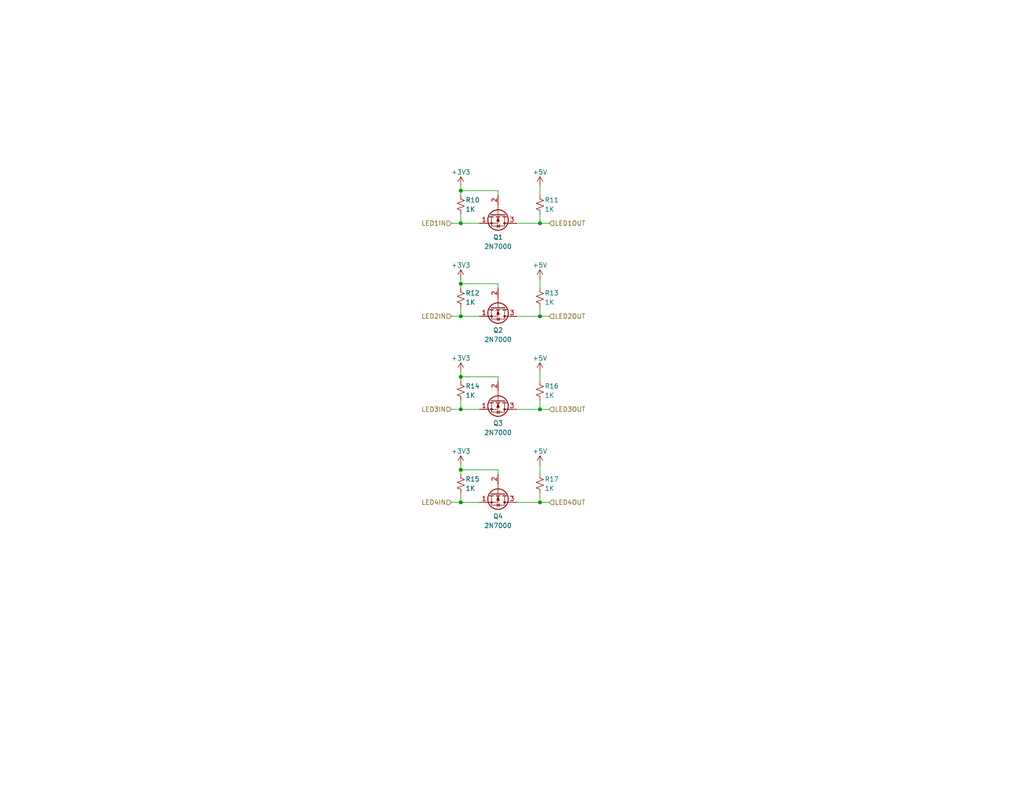
<source format=kicad_sch>
(kicad_sch (version 20230121) (generator eeschema)
  (paper "USLetter")
  (title_block (title "LED") (date "2023-09-17") (rev "A") (company "ECE 477"))
  (lib_symbols
    (symbol "Device:R_Small_US" (pin_numbers hide) (pin_names (offset 0.254) hide)
      (property "Reference" "R" (at 0.762 0.508 0))
      (property "Value" "R_Small_US" (at 0.762 -1.016 0))
      (symbol "R_Small_US_1_1"
        (polyline (pts (xy 0 0) (xy 1.016 -0.381) (xy 0 -0.762) (xy -1.016 -1.143) (xy 0 -1.524)))
        (polyline (pts (xy 0 1.524) (xy 1.016 1.143) (xy 0 0.762) (xy -1.016 0.381) (xy 0 0)))
        (pin passive line (at 0 2.54 270) (length 1.016) (name "~") (number "1"))
        (pin passive line (at 0 -2.54 90) (length 1.016) (name "~") (number "2"))
      )
    )
    (symbol "Transistor_FET:2N7000" (pin_names hide)
      (property "Reference" "Q" (at 5.08 1.905 0))
      (property "Value" "2N7000" (at 5.08 0 0))
      (symbol "2N7000_0_1"
        (polyline (pts (xy 0.254 0) (xy -2.54 0)))
        (polyline (pts (xy 0.254 1.905) (xy 0.254 -1.905)) (stroke (width 0.254)))
        (polyline (pts (xy 0.762 -1.27) (xy 0.762 -2.286)) (stroke (width 0.254)))
        (polyline (pts (xy 0.762 0.508) (xy 0.762 -0.508)) (stroke (width 0.254)))
        (polyline (pts (xy 0.762 2.286) (xy 0.762 1.27)) (stroke (width 0.254)))
        (polyline (pts (xy 2.54 2.54) (xy 2.54 1.778)))
        (polyline (pts (xy 2.54 -2.54) (xy 2.54 0) (xy 0.762 0)))
        (polyline (pts (xy 0.762 -1.778) (xy 3.302 -1.778) (xy 3.302 1.778) (xy 0.762 1.778)))
        (polyline (pts (xy 1.016 0) (xy 2.032 0.381) (xy 2.032 -0.381) (xy 1.016 0)) (fill (type outline)))
        (polyline (pts (xy 2.794 0.508) (xy 2.921 0.381) (xy 3.683 0.381) (xy 3.81 0.254)))
        (polyline (pts (xy 3.302 0.381) (xy 2.921 -0.254) (xy 3.683 -0.254) (xy 3.302 0.381)))
        (circle (center 1.651 0) (radius 2.794) (stroke (width 0.254)))
        (circle (center 2.54 -1.778) (radius 0.254) (fill (type outline)))
        (circle (center 2.54 1.778) (radius 0.254) (fill (type outline)))
      )
      (symbol "2N7000_1_1"
        (pin passive line (at 2.54 -5.08 90) (length 2.54) (name "S") (number "1"))
        (pin input line (at -5.08 0 0) (length 2.54) (name "G") (number "2"))
        (pin passive line (at 2.54 5.08 270) (length 2.54) (name "D") (number "3"))
      )
    )
    (symbol "power:+3V3" (power) (pin_names (offset 0))
      (property "Value" "+3V3" (at 0 3.556 0))
      (symbol "+3V3_0_1"
        (polyline (pts (xy -0.762 1.27) (xy 0 2.54)))
        (polyline (pts (xy 0 0) (xy 0 2.54)))
        (polyline (pts (xy 0 2.54) (xy 0.762 1.27)))
      )
      (symbol "+3V3_1_1"
        (pin power_in line (at 0 0 90) (length 0) hide (name "+3V3") (number "1"))
      )
    )
    (symbol "power:+5V" (power) (pin_names (offset 0))
      (property "Value" "+5V" (at 0 3.556 0))
      (symbol "+5V_0_1"
        (polyline (pts (xy -0.762 1.27) (xy 0 2.54)))
        (polyline (pts (xy 0 0) (xy 0 2.54)))
        (polyline (pts (xy 0 2.54) (xy 0.762 1.27)))
      )
      (symbol "+5V_1_1"
        (pin power_in line (at 0 0 90) (length 0) hide (name "+5V") (number "1"))
      )
    )
  )
  (junction (at 125.73 102.87))
  (junction (at 125.73 111.76))
  (junction (at 147.32 137.16))
  (junction (at 147.32 86.36))
  (junction (at 125.73 52.07))
  (junction (at 125.73 128.27))
  (junction (at 125.73 77.47))
  (junction (at 125.73 137.16))
  (junction (at 147.32 60.96))
  (junction (at 125.73 86.36))
  (junction (at 147.32 111.76))
  (junction (at 125.73 60.96))
  (wire (pts (xy 135.89 128.27) (xy 125.73 128.27)))
  (wire (pts (xy 125.73 134.62) (xy 125.73 137.16)))
  (wire (pts (xy 147.32 60.96) (xy 149.86 60.96)))
  (wire (pts (xy 135.89 77.47) (xy 125.73 77.47)))
  (wire (pts (xy 147.32 111.76) (xy 149.86 111.76)))
  (wire (pts (xy 125.73 128.27) (xy 125.73 127)))
  (wire (pts (xy 147.32 86.36) (xy 149.86 86.36)))
  (wire (pts (xy 135.89 129.54) (xy 135.89 128.27)))
  (wire (pts (xy 125.73 86.36) (xy 130.81 86.36)))
  (wire (pts (xy 123.19 60.96) (xy 125.73 60.96)))
  (wire (pts (xy 125.73 102.87) (xy 125.73 104.14)))
  (wire (pts (xy 123.19 86.36) (xy 125.73 86.36)))
  (wire (pts (xy 125.73 137.16) (xy 130.81 137.16)))
  (wire (pts (xy 140.97 86.36) (xy 147.32 86.36)))
  (wire (pts (xy 125.73 128.27) (xy 125.73 129.54)))
  (wire (pts (xy 125.73 77.47) (xy 125.73 78.74)))
  (wire (pts (xy 125.73 102.87) (xy 125.73 101.6)))
  (wire (pts (xy 135.89 104.14) (xy 135.89 102.87)))
  (wire (pts (xy 140.97 60.96) (xy 147.32 60.96)))
  (wire (pts (xy 147.32 76.2) (xy 147.32 78.74)))
  (wire (pts (xy 147.32 86.36) (xy 147.32 83.82)))
  (wire (pts (xy 147.32 101.6) (xy 147.32 104.14)))
  (wire (pts (xy 135.89 78.74) (xy 135.89 77.47)))
  (wire (pts (xy 135.89 52.07) (xy 125.73 52.07)))
  (wire (pts (xy 147.32 137.16) (xy 147.32 134.62)))
  (wire (pts (xy 123.19 137.16) (xy 125.73 137.16)))
  (wire (pts (xy 147.32 111.76) (xy 147.32 109.22)))
  (wire (pts (xy 125.73 52.07) (xy 125.73 53.34)))
  (wire (pts (xy 135.89 102.87) (xy 125.73 102.87)))
  (wire (pts (xy 125.73 111.76) (xy 130.81 111.76)))
  (wire (pts (xy 123.19 111.76) (xy 125.73 111.76)))
  (wire (pts (xy 125.73 109.22) (xy 125.73 111.76)))
  (wire (pts (xy 125.73 60.96) (xy 130.81 60.96)))
  (wire (pts (xy 135.89 53.34) (xy 135.89 52.07)))
  (wire (pts (xy 140.97 137.16) (xy 147.32 137.16)))
  (wire (pts (xy 125.73 58.42) (xy 125.73 60.96)))
  (wire (pts (xy 125.73 52.07) (xy 125.73 50.8)))
  (wire (pts (xy 147.32 127) (xy 147.32 129.54)))
  (wire (pts (xy 147.32 60.96) (xy 147.32 58.42)))
  (wire (pts (xy 125.73 77.47) (xy 125.73 76.2)))
  (wire (pts (xy 147.32 137.16) (xy 149.86 137.16)))
  (wire (pts (xy 147.32 50.8) (xy 147.32 53.34)))
  (wire (pts (xy 140.97 111.76) (xy 147.32 111.76)))
  (wire (pts (xy 125.73 83.82) (xy 125.73 86.36)))
  (hierarchical_label "LED4IN" (shape input) (at 123.19 137.16 180))
  (hierarchical_label "LED3OUT" (shape input) (at 149.86 111.76 0))
  (hierarchical_label "LED3IN" (shape input) (at 123.19 111.76 180))
  (hierarchical_label "LED1IN" (shape input) (at 123.19 60.96 180))
  (hierarchical_label "LED1OUT" (shape input) (at 149.86 60.96 0))
  (hierarchical_label "LED2IN" (shape input) (at 123.19 86.36 180))
  (hierarchical_label "LED4OUT" (shape input) (at 149.86 137.16 0))
  (hierarchical_label "LED2OUT" (shape input) (at 149.86 86.36 0))
  (symbol (lib_id "Device:R_Small_US") (at 147.32 132.08 0) (unit 1)
    (property "Reference" "R17" (at 148.59 130.81 0) (effects (justify left)))
    (property "Value" "1K" (at 148.59 133.35 0) (effects (justify left)))
  )
  (symbol (lib_id "power:+5V") (at 147.32 127 0) (unit 1)
    (property "Reference" "#PWR055" (effects hide))
    (property "Value" "+5V" (at 147.32 123.19 0))
  )
  (symbol (lib_id "Transistor_FET:2N7000") (at 135.89 109.22 270) (unit 1)
    (property "Reference" "Q3" (at 135.89 115.57 90))
    (property "Value" "2N7000" (at 135.89 118.11 90))
    (property "Footprint" "Package_TO_SOT_THT:TO-92_Inline" (effects hide))
    (property "Datasheet" "https://www.vishay.com/docs/70226/70226.pdf" (effects hide))
  )
  (symbol (lib_id "Transistor_FET:2N7000") (at 135.89 58.42 270) (unit 1)
    (property "Reference" "Q1" (at 135.89 64.77 90))
    (property "Value" "2N7000" (at 135.89 67.31 90))
    (property "Footprint" "Package_TO_SOT_THT:TO-92_Inline" (effects hide))
    (property "Datasheet" "https://www.vishay.com/docs/70226/70226.pdf" (effects hide))
  )
  (symbol (lib_id "Device:R_Small_US") (at 125.73 81.28 0) (unit 1)
    (property "Reference" "R12" (at 127 80.01 0) (effects (justify left)))
    (property "Value" "1K" (at 127 82.55 0) (effects (justify left)))
  )
  (symbol (lib_id "power:+5V") (at 147.32 50.8 0) (unit 1)
    (property "Reference" "#PWR048" (effects hide))
    (property "Value" "+5V" (at 147.32 46.99 0))
  )
  (symbol (lib_id "Device:R_Small_US") (at 125.73 132.08 0) (unit 1)
    (property "Reference" "R15" (at 127 130.81 0) (effects (justify left)))
    (property "Value" "1K" (at 127 133.35 0) (effects (justify left)))
  )
  (symbol (lib_id "Transistor_FET:2N7000") (at 135.89 83.82 270) (unit 1)
    (property "Reference" "Q2" (at 135.89 90.17 90))
    (property "Value" "2N7000" (at 135.89 92.71 90))
    (property "Footprint" "Package_TO_SOT_THT:TO-92_Inline" (effects hide))
    (property "Datasheet" "https://www.vishay.com/docs/70226/70226.pdf" (effects hide))
  )
  (symbol (lib_id "power:+3V3") (at 125.73 127 0) (unit 1)
    (property "Reference" "#PWR053" (effects hide))
    (property "Value" "+3V3" (at 125.73 123.19 0))
  )
  (symbol (lib_id "power:+3V3") (at 125.73 76.2 0) (unit 1)
    (property "Reference" "#PWR050" (effects hide))
    (property "Value" "+3V3" (at 125.73 72.39 0))
  )
  (symbol (lib_id "Device:R_Small_US") (at 125.73 55.88 0) (unit 1)
    (property "Reference" "R10" (at 127 54.61 0) (effects (justify left)))
    (property "Value" "1K" (at 127 57.15 0) (effects (justify left)))
  )
  (symbol (lib_id "Device:R_Small_US") (at 147.32 106.68 0) (unit 1)
    (property "Reference" "R16" (at 148.59 105.41 0) (effects (justify left)))
    (property "Value" "1K" (at 148.59 107.95 0) (effects (justify left)))
  )
  (symbol (lib_id "power:+3V3") (at 125.73 50.8 0) (unit 1)
    (property "Reference" "#PWR044" (effects hide))
    (property "Value" "+3V3" (at 125.73 46.99 0))
  )
  (symbol (lib_id "Device:R_Small_US") (at 125.73 106.68 0) (unit 1)
    (property "Reference" "R14" (at 127 105.41 0) (effects (justify left)))
    (property "Value" "1K" (at 127 107.95 0) (effects (justify left)))
  )
  (symbol (lib_id "power:+5V") (at 147.32 101.6 0) (unit 1)
    (property "Reference" "#PWR054" (effects hide))
    (property "Value" "+5V" (at 147.32 97.79 0))
  )
  (symbol (lib_id "power:+5V") (at 147.32 76.2 0) (unit 1)
    (property "Reference" "#PWR051" (effects hide))
    (property "Value" "+5V" (at 147.32 72.39 0))
  )
  (symbol (lib_id "Transistor_FET:2N7000") (at 135.89 134.62 270) (unit 1)
    (property "Reference" "Q4" (at 135.89 140.97 90))
    (property "Value" "2N7000" (at 135.89 143.51 90))
    (property "Footprint" "Package_TO_SOT_THT:TO-92_Inline" (effects hide))
    (property "Datasheet" "https://www.vishay.com/docs/70226/70226.pdf" (effects hide))
  )
  (symbol (lib_id "Device:R_Small_US") (at 147.32 81.28 0) (unit 1)
    (property "Reference" "R13" (at 148.59 80.01 0) (effects (justify left)))
    (property "Value" "1K" (at 148.59 82.55 0) (effects (justify left)))
  )
  (symbol (lib_id "power:+3V3") (at 125.73 101.6 0) (unit 1)
    (property "Reference" "#PWR052" (effects hide))
    (property "Value" "+3V3" (at 125.73 97.79 0))
  )
  (symbol (lib_id "Device:R_Small_US") (at 147.32 55.88 0) (unit 1)
    (property "Reference" "R11" (at 148.59 54.61 0) (effects (justify left)))
    (property "Value" "1K" (at 148.59 57.15 0) (effects (justify left)))
  )
)
</source>
